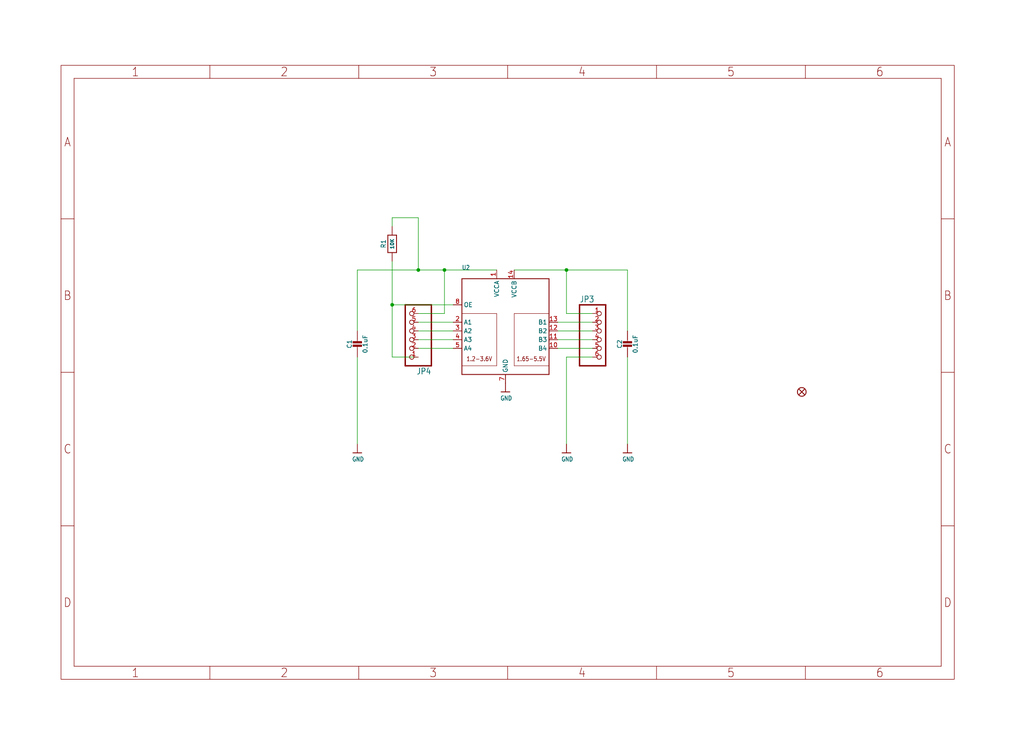
<source format=kicad_sch>
(kicad_sch (version 20230121) (generator eeschema)
  (paper "User" 298.45 217.322)
  (lib_symbols
    (symbol "working-eagle-import:CAP_CERAMIC0805-NOOUTLINE"
      (property "Reference" "C" (at -2.29 1.25 90))
      (symbol "CAP_CERAMIC0805-NOOUTLINE_1_0"
        (rectangle (start -1.27 0.508) (end 1.27 1.016) (fill (type outline)))
        (rectangle (start -1.27 1.524) (end 1.27 2.032) (fill (type outline)))
        (polyline (pts (xy 0 0.762) (xy 0 0)) (stroke (width 0.1524)))
        (polyline (pts (xy 0 2.54) (xy 0 1.778)) (stroke (width 0.1524)))
        (pin passive line (at 0 5.08 270) (length 2.54) (name "1") (number "1"))
        (pin passive line (at 0 -2.54 90) (length 2.54) (name "2") (number "2"))
      )
    )
    (symbol "working-eagle-import:FIDUCIAL_1MM"
      (symbol "FIDUCIAL_1MM_1_0"
        (polyline (pts (xy -0.762 0.762) (xy 0.762 -0.762)) (stroke (width 0.254)))
        (polyline (pts (xy 0.762 0.762) (xy -0.762 -0.762)) (stroke (width 0.254)))
        (circle (center 0 0) (radius 1.27) (stroke (width 0.254)))
      )
    )
    (symbol "working-eagle-import:FRAME_A4"
      (symbol "FRAME_A4_1_0"
        (polyline (pts (xy 0 44.7675) (xy 3.81 44.7675)))
        (polyline (pts (xy 0 89.535) (xy 3.81 89.535)))
        (polyline (pts (xy 0 134.3025) (xy 3.81 134.3025)))
        (polyline (pts (xy 3.81 3.81) (xy 3.81 175.26)))
        (polyline (pts (xy 43.3917 0) (xy 43.3917 3.81)))
        (polyline (pts (xy 43.3917 175.26) (xy 43.3917 179.07)))
        (polyline (pts (xy 86.7833 0) (xy 86.7833 3.81)))
        (polyline (pts (xy 86.7833 175.26) (xy 86.7833 179.07)))
        (polyline (pts (xy 130.175 0) (xy 130.175 3.81)))
        (polyline (pts (xy 130.175 175.26) (xy 130.175 179.07)))
        (polyline (pts (xy 173.5667 0) (xy 173.5667 3.81)))
        (polyline (pts (xy 173.5667 175.26) (xy 173.5667 179.07)))
        (polyline (pts (xy 216.9583 0) (xy 216.9583 3.81)))
        (polyline (pts (xy 216.9583 175.26) (xy 216.9583 179.07)))
        (polyline (pts (xy 256.54 3.81) (xy 3.81 3.81)))
        (polyline (pts (xy 256.54 3.81) (xy 256.54 8.89)) (stroke (width 0.1016)))
        (polyline (pts (xy 256.54 3.81) (xy 256.54 175.26)))
        (polyline (pts (xy 256.54 8.89) (xy 256.54 13.97)) (stroke (width 0.1016)))
        (polyline (pts (xy 256.54 13.97) (xy 256.54 19.05)) (stroke (width 0.1016)))
        (polyline (pts (xy 256.54 19.05) (xy 256.54 36.83)) (stroke (width 0.1016)))
        (polyline (pts (xy 256.54 44.7675) (xy 260.35 44.7675)))
        (polyline (pts (xy 256.54 89.535) (xy 260.35 89.535)))
        (polyline (pts (xy 256.54 134.3025) (xy 260.35 134.3025)))
        (polyline (pts (xy 256.54 175.26) (xy 3.81 175.26)))
        (polyline (pts (xy 0 0) (xy 260.35 0) (xy 260.35 179.07) (xy 0 179.07) (xy 0 0)))
        (text "1" (at 21.6958 1.905 0) (effects (font (size 2.54 2.286))))
        (text "1" (at 21.6958 177.165 0) (effects (font (size 2.54 2.286))))
        (text "2" (at 65.0875 1.905 0) (effects (font (size 2.54 2.286))))
        (text "2" (at 65.0875 177.165 0) (effects (font (size 2.54 2.286))))
        (text "3" (at 108.4792 1.905 0) (effects (font (size 2.54 2.286))))
        (text "3" (at 108.4792 177.165 0) (effects (font (size 2.54 2.286))))
        (text "4" (at 151.8708 1.905 0) (effects (font (size 2.54 2.286))))
        (text "4" (at 151.8708 177.165 0) (effects (font (size 2.54 2.286))))
        (text "5" (at 195.2625 1.905 0) (effects (font (size 2.54 2.286))))
        (text "5" (at 195.2625 177.165 0) (effects (font (size 2.54 2.286))))
        (text "6" (at 238.6542 1.905 0) (effects (font (size 2.54 2.286))))
        (text "6" (at 238.6542 177.165 0) (effects (font (size 2.54 2.286))))
        (text "A" (at 1.905 156.6863 0) (effects (font (size 2.54 2.286))))
        (text "A" (at 258.445 156.6863 0) (effects (font (size 2.54 2.286))))
        (text "B" (at 1.905 111.9188 0) (effects (font (size 2.54 2.286))))
        (text "B" (at 258.445 111.9188 0) (effects (font (size 2.54 2.286))))
        (text "C" (at 1.905 67.1513 0) (effects (font (size 2.54 2.286))))
        (text "C" (at 258.445 67.1513 0) (effects (font (size 2.54 2.286))))
        (text "D" (at 1.905 22.3838 0) (effects (font (size 2.54 2.286))))
        (text "D" (at 258.445 22.3838 0) (effects (font (size 2.54 2.286))))
      )
      (symbol "FRAME_A4_2_0"
        (polyline (pts (xy -0.3048 1.5748) (xy 20.0152 1.5748)) (stroke (width 0.6096)))
        (polyline (pts (xy -0.3048 10.4648) (xy -0.3048 1.5748)) (stroke (width 0.6096)))
        (polyline (pts (xy -0.3048 10.4648) (xy 20.0152 10.4648)) (stroke (width 0.3048)))
        (polyline (pts (xy -0.3048 19.3548) (xy -0.3048 10.4648)) (stroke (width 0.6096)))
        (polyline (pts (xy -0.3048 19.3548) (xy 20.0152 19.3548)) (stroke (width 0.3048)))
        (polyline (pts (xy -0.3048 28.2448) (xy -0.3048 19.3548)) (stroke (width 0.6096)))
        (polyline (pts (xy -0.3048 28.2448) (xy 20.0152 28.2448)) (stroke (width 0.3048)))
        (polyline (pts (xy -0.3048 34.5948) (xy -0.3048 28.2448)) (stroke (width 0.6096)))
        (polyline (pts (xy 20.0152 1.5748) (xy 20.0152 6.6548)) (stroke (width 0.3048)))
        (polyline (pts (xy 20.0152 1.5748) (xy 95.5802 1.5748)) (stroke (width 0.6096)))
        (polyline (pts (xy 20.0152 6.6548) (xy 20.0152 10.4648)) (stroke (width 0.3048)))
        (polyline (pts (xy 20.0152 6.6548) (xy 88.5952 6.6548)) (stroke (width 0.3048)))
        (polyline (pts (xy 20.0152 10.4648) (xy 20.0152 16.8148)) (stroke (width 0.3048)))
        (polyline (pts (xy 20.0152 16.8148) (xy 20.0152 19.3548)) (stroke (width 0.3048)))
        (polyline (pts (xy 20.0152 19.3548) (xy 20.0152 28.2448)) (stroke (width 0.3048)))
        (polyline (pts (xy 20.0152 28.2448) (xy 20.0152 34.5948)) (stroke (width 0.3048)))
        (polyline (pts (xy 20.0152 28.2448) (xy 105.7402 28.2448)) (stroke (width 0.3048)))
        (polyline (pts (xy 20.0152 34.5948) (xy -0.3048 34.5948)) (stroke (width 0.6096)))
        (polyline (pts (xy 88.5952 6.6548) (xy 95.5802 6.6548)) (stroke (width 0.3048)))
        (polyline (pts (xy 88.5952 16.8148) (xy 20.0152 16.8148)) (stroke (width 0.3048)))
        (polyline (pts (xy 88.5952 16.8148) (xy 88.5952 6.6548)) (stroke (width 0.3048)))
        (polyline (pts (xy 95.5802 1.5748) (xy 121.6152 1.5748)) (stroke (width 0.6096)))
        (polyline (pts (xy 95.5802 6.6548) (xy 95.5802 1.5748)) (stroke (width 0.3048)))
        (polyline (pts (xy 95.5802 6.6548) (xy 121.6152 6.6548)) (stroke (width 0.3048)))
        (polyline (pts (xy 101.2952 13.3223) (xy 102.2477 13.3223)) (stroke (width 0.254)))
        (polyline (pts (xy 105.7402 28.2448) (xy 105.7402 34.5948)) (stroke (width 0.3048)))
        (polyline (pts (xy 105.7402 28.2448) (xy 110.1852 28.2448)) (stroke (width 0.3048)))
        (polyline (pts (xy 105.7402 34.5948) (xy 20.0152 34.5948)) (stroke (width 0.6096)))
        (polyline (pts (xy 110.1852 16.8148) (xy 88.5952 16.8148)) (stroke (width 0.3048)))
        (polyline (pts (xy 110.1852 28.2448) (xy 110.1852 16.8148)) (stroke (width 0.3048)))
        (polyline (pts (xy 110.1852 28.2448) (xy 121.6152 28.2448)) (stroke (width 0.3048)))
        (polyline (pts (xy 121.6152 6.6548) (xy 121.6152 1.5748)) (stroke (width 0.6096)))
        (polyline (pts (xy 121.6152 16.8148) (xy 110.1852 16.8148)) (stroke (width 0.3048)))
        (polyline (pts (xy 121.6152 16.8148) (xy 121.6152 6.6548)) (stroke (width 0.6096)))
        (polyline (pts (xy 121.6152 28.2448) (xy 121.6152 16.8148)) (stroke (width 0.6096)))
        (polyline (pts (xy 121.6152 34.5948) (xy 105.7402 34.5948)) (stroke (width 0.6096)))
        (polyline (pts (xy 121.6152 34.5948) (xy 121.6152 28.2448)) (stroke (width 0.6096)))
        (circle (center 109.2327 31.4198) (radius 1.4199) (stroke (width 0.254)))
        (text "${#}/${##}" (at 108.9152 2.8448 0) (effects (font (size 2.54 2.54)) (justify left bottom)))
        (text "${CHECKED}" (at 2.2352 11.7348 0) (effects (font (size 1.778 1.5113)) (justify left bottom)))
        (text "${COMPANY}" (at 23.349 29.6735 0) (effects (font (size 3.175 2.6987) (thickness 0.5397) bold) (justify left bottom)))
        (text "${CURRENT_DATE}" (at 32.7152 9.1948 0) (effects (font (size 2.54 2.159)) (justify left bottom)))
        (text "${DATE}" (at 2.2352 2.8448 0) (effects (font (size 1.778 1.5113)) (justify left bottom)))
        (text "${DRAWN}" (at 2.2352 20.6248 0) (effects (font (size 1.778 1.5113)) (justify left bottom)))
        (text "${DRGNO}" (at 91.1352 9.1948 0) (effects (font (size 2.1844 1.8567)) (justify left bottom)))
        (text "${PROJECTNAME}" (at 33.0327 2.8448 0) (effects (font (size 2.54 2.159)) (justify left bottom)))
        (text "${REV}" (at 113.9952 18.7198 0) (effects (font (size 3.81 3.2385)) (justify left bottom)))
        (text "2015" (at 112.4077 30.4673 0) (effects (font (size 1.778 1.5113)) (justify left bottom)))
        (text "C" (at 108.7564 30.7848 0) (effects (font (size 1.27 1.0795)) (justify left bottom)))
        (text "CHECKED" (at 0.9652 16.1798 0) (effects (font (size 1.778 1.5113)) (justify left bottom)))
        (text "DATE" (at 0.9652 7.2898 0) (effects (font (size 1.778 1.5113)) (justify left bottom)))
        (text "DATE" (at 21.2852 13.0048 0) (effects (font (size 2.54 2.54)) (justify left bottom)))
        (text "DRAWN" (at 0.9652 25.0698 0) (effects (font (size 1.778 1.5113)) (justify left bottom)))
        (text "DRG" (at 89.8652 13.0048 0) (effects (font (size 2.54 2.54)) (justify left bottom)))
        (text "FILE:" (at 21.2852 2.8448 0) (effects (font (size 2.54 2.54)) (justify left bottom)))
        (text "ISSUE" (at 5.0927 30.4673 0) (effects (font (size 1.9304 1.6408)) (justify left bottom)))
        (text "N" (at 98.4377 13.0048 0) (effects (font (size 2.54 2.54)) (justify left bottom)))
        (text "o" (at 100.9777 13.9573 0) (effects (font (size 2.1844 1.8567)) (justify left bottom)))
        (text "PAGE:" (at 96.8502 2.8448 0) (effects (font (size 2.54 2.54)) (justify left bottom)))
        (text "REV" (at 112.4077 24.4348 0) (effects (font (size 2.54 2.54)) (justify left bottom)))
        (text "TITLE" (at 21.2852 24.4348 0) (effects (font (size 2.54 2.54)) (justify left bottom)))
      )
    )
    (symbol "working-eagle-import:GND" (power)
      (property "Value" "GND" (at -1.524 -2.54 0))
      (symbol "GND_1_0"
        (polyline (pts (xy -1.27 0) (xy 1.27 0)) (stroke (width 0.254)))
        (pin power_in line (at 0 2.54 270) (length 2.54) (name "GND") (number "1"))
      )
    )
    (symbol "working-eagle-import:PINHD-1X6CB"
      (property "Reference" "JP" (at -6.35 10.795 0))
      (symbol "PINHD-1X6CB_1_0"
        (polyline (pts (xy -6.35 -7.62) (xy 1.27 -7.62)) (stroke (width 0.4064)))
        (polyline (pts (xy -6.35 10.16) (xy -6.35 -7.62)) (stroke (width 0.4064)))
        (polyline (pts (xy 1.27 -7.62) (xy 1.27 10.16)) (stroke (width 0.4064)))
        (polyline (pts (xy 1.27 10.16) (xy -6.35 10.16)) (stroke (width 0.4064)))
        (pin passive inverted (at -2.54 7.62 0) (length 2.54) (name "1") (number "1"))
        (pin passive inverted (at -2.54 5.08 0) (length 2.54) (name "2") (number "2"))
        (pin passive inverted (at -2.54 2.54 0) (length 2.54) (name "3") (number "3"))
        (pin passive inverted (at -2.54 0 0) (length 2.54) (name "4") (number "4"))
        (pin passive inverted (at -2.54 -2.54 0) (length 2.54) (name "5") (number "5"))
        (pin passive inverted (at -2.54 -5.08 0) (length 2.54) (name "6") (number "6"))
      )
    )
    (symbol "working-eagle-import:RESISTOR0805_NOOUTLINE"
      (property "Reference" "R" (at 0 2.54 0))
      (symbol "RESISTOR0805_NOOUTLINE_1_0"
        (polyline (pts (xy -2.54 -1.27) (xy -2.54 1.27)) (stroke (width 0.254)))
        (polyline (pts (xy -2.54 1.27) (xy 2.54 1.27)) (stroke (width 0.254)))
        (polyline (pts (xy 2.54 -1.27) (xy -2.54 -1.27)) (stroke (width 0.254)))
        (polyline (pts (xy 2.54 1.27) (xy 2.54 -1.27)) (stroke (width 0.254)))
        (pin passive line (at -5.08 0 0) (length 2.54) (name "1") (number "1"))
        (pin passive line (at 5.08 0 180) (length 2.54) (name "2") (number "2"))
      )
    )
    (symbol "working-eagle-import:TXB0104PWR"
      (property "Reference" "U" (at -12.7 17.78 0))
      (symbol "TXB0104PWR_1_0"
        (polyline (pts (xy -12.7 -12.7) (xy -12.7 15.24)) (stroke (width 0.254)))
        (polyline (pts (xy -12.7 -10.16) (xy -2.54 -10.16)) (stroke (width 0.127)))
        (polyline (pts (xy -12.7 15.24) (xy 12.7 15.24)) (stroke (width 0.254)))
        (polyline (pts (xy -2.54 -10.16) (xy -2.54 5.08)) (stroke (width 0.127)))
        (polyline (pts (xy -2.54 5.08) (xy -12.7 5.08)) (stroke (width 0.127)))
        (polyline (pts (xy 2.54 -10.16) (xy 12.7 -10.16)) (stroke (width 0.127)))
        (polyline (pts (xy 2.54 5.08) (xy 2.54 -10.16)) (stroke (width 0.127)))
        (polyline (pts (xy 12.7 -12.7) (xy -12.7 -12.7)) (stroke (width 0.254)))
        (polyline (pts (xy 12.7 5.08) (xy 2.54 5.08)) (stroke (width 0.127)))
        (polyline (pts (xy 12.7 15.24) (xy 12.7 -12.7)) (stroke (width 0.254)))
        (text "1.2-3.6V" (at -11.43 -8.89 0) (effects (font (size 1.27 1.0795)) (justify left bottom)))
        (text "1.65-5.5V" (at 3.175 -8.89 0) (effects (font (size 1.27 1.0795)) (justify left bottom)))
        (pin bidirectional line (at -2.54 17.78 270) (length 2.54) (name "VCCA") (number "1"))
        (pin bidirectional line (at 15.24 -5.08 180) (length 2.54) (name "B4") (number "10"))
        (pin bidirectional line (at 15.24 -2.54 180) (length 2.54) (name "B3") (number "11"))
        (pin bidirectional line (at 15.24 0 180) (length 2.54) (name "B2") (number "12"))
        (pin bidirectional line (at 15.24 2.54 180) (length 2.54) (name "B1") (number "13"))
        (pin bidirectional line (at 2.54 17.78 270) (length 2.54) (name "VCCB") (number "14"))
        (pin bidirectional line (at -15.24 2.54 0) (length 2.54) (name "A1") (number "2"))
        (pin bidirectional line (at -15.24 0 0) (length 2.54) (name "A2") (number "3"))
        (pin bidirectional line (at -15.24 -2.54 0) (length 2.54) (name "A3") (number "4"))
        (pin bidirectional line (at -15.24 -5.08 0) (length 2.54) (name "A4") (number "5"))
        (pin bidirectional line (at 0 -15.24 90) (length 2.54) (name "GND") (number "7"))
        (pin bidirectional line (at -15.24 7.62 0) (length 2.54) (name "OE") (number "8"))
      )
    )
  )
  (junction (at 165.1 78.74))
  (junction (at 129.54 78.74))
  (junction (at 114.3 88.9))
  (junction (at 121.92 78.74))
  (wire (pts (xy 182.88 104.14) (xy 182.88 129.54)) (stroke (width 0.1524)))
  (wire (pts (xy 114.3 66.04) (xy 114.3 63.5)) (stroke (width 0.1524)))
  (wire (pts (xy 149.86 78.74) (xy 165.1 78.74)) (stroke (width 0.1524)))
  (wire (pts (xy 129.54 91.44) (xy 121.92 91.44)) (stroke (width 0.1524)))
  (wire (pts (xy 162.56 99.06) (xy 172.72 99.06)) (stroke (width 0.1524)))
  (wire (pts (xy 172.72 104.14) (xy 165.1 104.14)) (stroke (width 0.1524)))
  (wire (pts (xy 121.92 78.74) (xy 104.14 78.74)) (stroke (width 0.1524)))
  (wire (pts (xy 104.14 104.14) (xy 104.14 129.54)) (stroke (width 0.1524)))
  (wire (pts (xy 121.92 63.5) (xy 121.92 78.74)) (stroke (width 0.1524)))
  (wire (pts (xy 165.1 104.14) (xy 165.1 129.54)) (stroke (width 0.1524)))
  (wire (pts (xy 114.3 76.2) (xy 114.3 88.9)) (stroke (width 0.1524)))
  (wire (pts (xy 162.56 101.6) (xy 172.72 101.6)) (stroke (width 0.1524)))
  (wire (pts (xy 129.54 78.74) (xy 129.54 91.44)) (stroke (width 0.1524)))
  (wire (pts (xy 114.3 104.14) (xy 121.92 104.14)) (stroke (width 0.1524)))
  (wire (pts (xy 165.1 78.74) (xy 165.1 91.44)) (stroke (width 0.1524)))
  (wire (pts (xy 165.1 78.74) (xy 182.88 78.74)) (stroke (width 0.1524)))
  (wire (pts (xy 132.08 101.6) (xy 121.92 101.6)) (stroke (width 0.1524)))
  (wire (pts (xy 165.1 91.44) (xy 172.72 91.44)) (stroke (width 0.1524)))
  (wire (pts (xy 162.56 96.52) (xy 172.72 96.52)) (stroke (width 0.1524)))
  (wire (pts (xy 182.88 78.74) (xy 182.88 96.52)) (stroke (width 0.1524)))
  (wire (pts (xy 132.08 99.06) (xy 121.92 99.06)) (stroke (width 0.1524)))
  (wire (pts (xy 132.08 96.52) (xy 121.92 96.52)) (stroke (width 0.1524)))
  (wire (pts (xy 132.08 93.98) (xy 121.92 93.98)) (stroke (width 0.1524)))
  (wire (pts (xy 132.08 88.9) (xy 114.3 88.9)) (stroke (width 0.1524)))
  (wire (pts (xy 114.3 63.5) (xy 121.92 63.5)) (stroke (width 0.1524)))
  (wire (pts (xy 114.3 88.9) (xy 114.3 104.14)) (stroke (width 0.1524)))
  (wire (pts (xy 104.14 78.74) (xy 104.14 96.52)) (stroke (width 0.1524)))
  (wire (pts (xy 144.78 78.74) (xy 129.54 78.74)) (stroke (width 0.1524)))
  (wire (pts (xy 162.56 93.98) (xy 172.72 93.98)) (stroke (width 0.1524)))
  (wire (pts (xy 129.54 78.74) (xy 121.92 78.74)) (stroke (width 0.1524)))
  (symbol (lib_id "working-eagle-import:CAP_CERAMIC0805-NOOUTLINE") (at 182.88 101.6 0) (unit 1)
    (property "Reference" "C2" (at 180.59 100.35 90))
    (property "Value" "0.1uF" (at 185.18 100.35 90))
    (property "Footprint" "working:0805-NO" (effects hide))
  )
  (symbol (lib_id "working-eagle-import:CAP_CERAMIC0805-NOOUTLINE") (at 104.14 101.6 0) (unit 1)
    (property "Reference" "C1" (at 101.85 100.35 90))
    (property "Value" "0.1uF" (at 106.44 100.35 90))
    (property "Footprint" "working:0805-NO" (effects hide))
  )
  (symbol (lib_id "working-eagle-import:TXB0104PWR") (at 147.32 96.52 0) (unit 1)
    (property "Reference" "U2" (at 134.62 78.74 0) (effects (font (size 1.27 1.0795)) (justify left bottom)))
    (property "Value" "TXB0104PWR" (effects hide))
    (property "Footprint" "working:TSSOP14" (effects hide))
  )
  (symbol (lib_id "working-eagle-import:FRAME_A4") (at 17.78 198.12 0) (unit 1)
    (property "Reference" "#FRAME1" (effects hide))
    (property "Value" "FRAME_A4" (effects hide))
  )
  (symbol (lib_id "working-eagle-import:PINHD-1X6CB") (at 119.38 96.52 180) (unit 1)
    (property "Reference" "JP4" (at 125.73 107.315 0) (effects (font (size 1.778 1.5113)) (justify left bottom)))
    (property "Value" "PINHD-1X6CB" (effects hide))
    (property "Footprint" "working:1X06-CLEANBIG" (effects hide))
  )
  (symbol (lib_id "working-eagle-import:GND") (at 182.88 132.08 0) (unit 1)
    (property "Reference" "#U$3" (effects hide))
    (property "Value" "GND" (at 181.356 134.62 0) (effects (font (size 1.27 1.0795)) (justify left bottom)))
  )
  (symbol (lib_id "working-eagle-import:PINHD-1X6CB") (at 175.26 99.06 0) (unit 1)
    (property "Reference" "JP3" (at 168.91 88.265 0) (effects (font (size 1.778 1.5113)) (justify left bottom)))
    (property "Value" "PINHD-1X6CB" (effects hide))
    (property "Footprint" "working:1X06-CLEANBIG" (effects hide))
  )
  (symbol (lib_id "working-eagle-import:GND") (at 147.32 114.3 0) (unit 1)
    (property "Reference" "#U$6" (effects hide))
    (property "Value" "GND" (at 145.796 116.84 0) (effects (font (size 1.27 1.0795)) (justify left bottom)))
  )
  (symbol (lib_id "working-eagle-import:GND") (at 104.14 132.08 0) (unit 1)
    (property "Reference" "#U$2" (effects hide))
    (property "Value" "GND" (at 102.616 134.62 0) (effects (font (size 1.27 1.0795)) (justify left bottom)))
  )
  (symbol (lib_id "working-eagle-import:FIDUCIAL_1MM") (at 233.68 114.3 0) (unit 1)
    (property "Reference" "U$5" (effects hide))
    (property "Value" "FIDUCIAL_1MM" (effects hide))
    (property "Footprint" "working:FIDUCIAL_1MM" (effects hide))
  )
  (symbol (lib_id "working-eagle-import:RESISTOR0805_NOOUTLINE") (at 114.3 71.12 90) (unit 1)
    (property "Reference" "R1" (at 111.76 71.12 0))
    (property "Value" "10K" (at 114.3 71.12 0) (effects (font (size 1.016 1.016) bold)))
    (property "Footprint" "working:0805-NO" (effects hide))
  )
  (symbol (lib_id "working-eagle-import:GND") (at 165.1 132.08 0) (unit 1)
    (property "Reference" "#U$1" (effects hide))
    (property "Value" "GND" (at 163.576 134.62 0) (effects (font (size 1.27 1.0795)) (justify left bottom)))
  )
)
</source>
